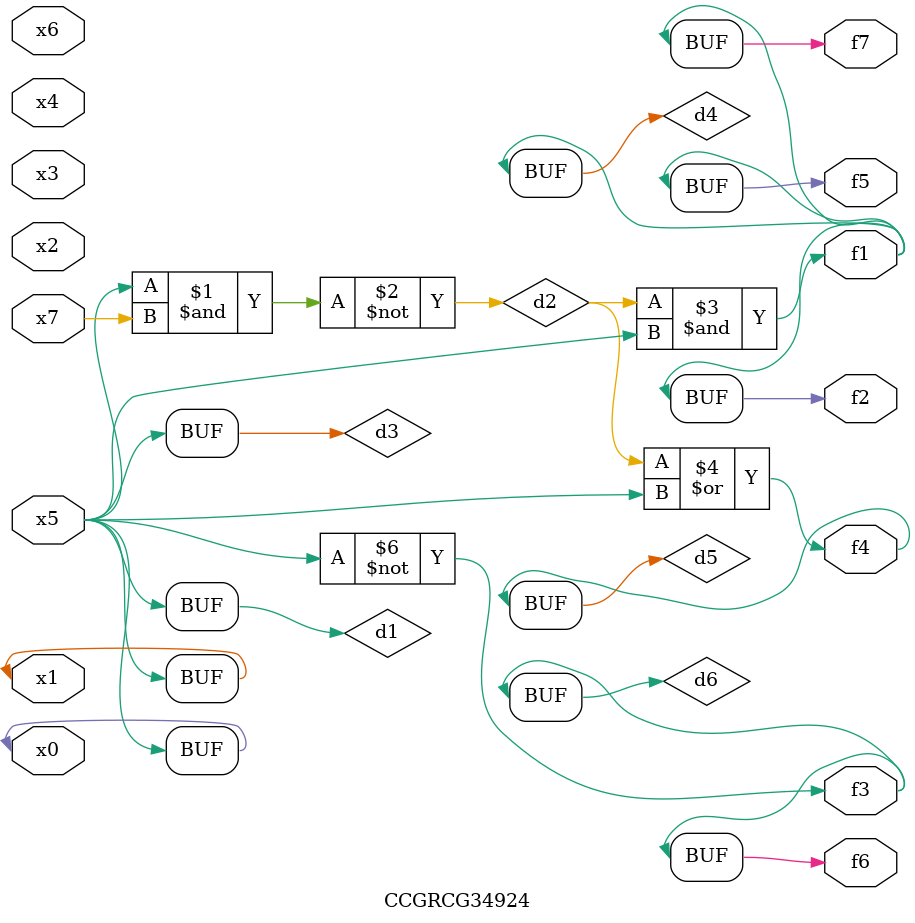
<source format=v>
module CCGRCG34924(
	input x0, x1, x2, x3, x4, x5, x6, x7,
	output f1, f2, f3, f4, f5, f6, f7
);

	wire d1, d2, d3, d4, d5, d6;

	buf (d1, x0, x5);
	nand (d2, x5, x7);
	buf (d3, x0, x1);
	and (d4, d2, d3);
	or (d5, d2, d3);
	nor (d6, d1, d3);
	assign f1 = d4;
	assign f2 = d4;
	assign f3 = d6;
	assign f4 = d5;
	assign f5 = d4;
	assign f6 = d6;
	assign f7 = d4;
endmodule

</source>
